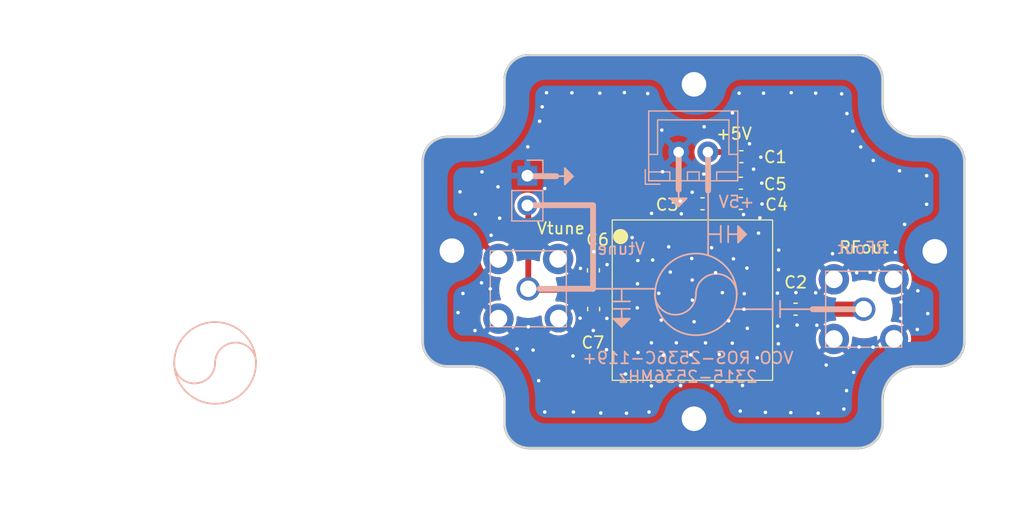
<source format=kicad_pcb>
(kicad_pcb (version 20240108) (generator "pcbnew") (generator_version "8.0")
  (layers (0 "F.Cu" signal) (31 "B.Cu" signal) (34 "B.Paste" user) (35 "F.Paste" user) (36 "B.SilkS" user "B.Silkscreen") (37 "F.SilkS" user "F.Silkscreen") (38 "B.Mask" user) (39 "F.Mask" user) (44 "Edge.Cuts" user))
  (net 0 "")
  (net 1 "Net-(J1-Pin_2)")
  (net 2 "Net-(C2-Pad2)")
  (net 3 "Net-(U1-RFout)")
  (net 4 "GND")
  (net 5 "Net-(J2-Pin_2)")
  (footprint "Capacitor_SMD:C_0603_1608Metric" (layer "F.Cu") (at 138.78 54.09)
    (property "Reference" "C1" (at 2.91 0.03 0) (layer "F.SilkS"))
    (property "Value" "100 uF")
    (fp_line (start -0.14058 -0.51) (end 0.14058 -0.51) (stroke (width 0.12)) (layer "F.SilkS"))
    (fp_line (start -0.14058 0.51) (end 0.14058 0.51) (stroke (width 0.12)) (layer "F.SilkS"))
    (pad "1" smd roundrect (at -0.775 0) (size 0.9 0.95) (layers "F.Cu" "F.Paste" "F.Mask") (net 1 "Net-(J1-Pin_2)"))
    (pad "2" smd roundrect (at 0.775 0) (size 0.9 0.95) (layers "F.Cu" "F.Paste" "F.Mask") (net 4 "GND"))
  )
  (footprint "Capacitor_SMD:C_0603_1608Metric" (layer "F.Cu") (at 138.74 56.36)
    (property "Reference" "C5" (at 2.94 0.08 0) (layer "F.SilkS"))
    (property "Value" "4.7 uF")
    (fp_line (start -0.14058 -0.51) (end 0.14058 -0.51) (stroke (width 0.12)) (layer "F.SilkS"))
    (fp_line (start -0.14058 0.51) (end 0.14058 0.51) (stroke (width 0.12)) (layer "F.SilkS"))
    (pad "1" smd roundrect (at -0.775 0) (size 0.9 0.95) (layers "F.Cu" "F.Paste" "F.Mask") (net 1 "Net-(J1-Pin_2)"))
    (pad "2" smd roundrect (at 0.775 0) (size 0.9 0.95) (layers "F.Cu" "F.Paste" "F.Mask") (net 4 "GND"))
  )
  (footprint "Capacitor_SMD:C_0603_1608Metric" (layer "F.Cu") (at 126.15 67.125 90)
    (property "Reference" "C7" (at -2.865 -0.06 0) (layer "F.SilkS"))
    (property "Value" "4.7 uF")
    (fp_line (start -0.14058 -0.51) (end 0.14058 -0.51) (stroke (width 0.12)) (layer "F.SilkS"))
    (fp_line (start -0.14058 0.51) (end 0.14058 0.51) (stroke (width 0.12)) (layer "F.SilkS"))
    (pad "1" smd roundrect (at -0.775 0 90) (size 0.9 0.95) (layers "F.Cu" "F.Paste" "F.Mask") (net 4 "GND"))
    (pad "2" smd roundrect (at 0.775 0 90) (size 0.9 0.95) (layers "F.Cu" "F.Paste" "F.Mask") (net 5 "Net-(J2-Pin_2)"))
  )
  (footprint "Capacitor_SMD:C_0603_1608Metric" (layer "F.Cu") (at 126.13 63.81 -90)
    (property "Reference" "C6" (at -2.62 -0.36 180) (layer "F.SilkS"))
    (property "Value" "100uF")
    (fp_line (start -0.14058 0.51) (end 0.14058 0.51) (stroke (width 0.12)) (layer "F.SilkS"))
    (fp_line (start -0.14058 -0.51) (end 0.14058 -0.51) (stroke (width 0.12)) (layer "F.SilkS"))
    (pad "1" smd roundrect (at -0.775 0 270) (size 0.9 0.95) (layers "F.Cu" "F.Paste" "F.Mask") (net 4 "GND"))
    (pad "2" smd roundrect (at 0.775 0 270) (size 0.9 0.95) (layers "F.Cu" "F.Paste" "F.Mask") (net 5 "Net-(J2-Pin_2)"))
  )
  (footprint "Capacitor_SMD:C_0603_1608Metric" (layer "F.Cu") (at 143.422 67.132)
    (property "Reference" "C2" (at 0.008 -2.292 0) (layer "F.SilkS"))
    (property "Value" "22 uF")
    (fp_line (start -0.14058 -0.51) (end 0.14058 -0.51) (stroke (width 0.12)) (layer "F.SilkS"))
    (fp_line (start -0.14058 0.51) (end 0.14058 0.51) (stroke (width 0.12)) (layer "F.SilkS"))
    (pad "1" smd roundrect (at -0.775 0) (size 0.9 0.95) (layers "F.Cu" "F.Paste" "F.Mask") (net 3 "Net-(U1-RFout)"))
    (pad "2" smd roundrect (at 0.775 0) (size 0.9 0.95) (layers "F.Cu" "F.Paste" "F.Mask") (net 2 "Net-(C2-Pad2)"))
  )
  (footprint "Capacitor_SMD:C_0603_1608Metric" (layer "F.Cu") (at 138.74 58.09)
    (property "Reference" "C4" (at 3.06 0.1 0) (layer "F.SilkS"))
    (property "Value" "100 pF")
    (fp_line (start -0.14058 -0.51) (end 0.14058 -0.51) (stroke (width 0.12)) (layer "F.SilkS"))
    (fp_line (start -0.14058 0.51) (end 0.14058 0.51) (stroke (width 0.12)) (layer "F.SilkS"))
    (pad "1" smd roundrect (at -0.775 0) (size 0.9 0.95) (layers "F.Cu" "F.Paste" "F.Mask") (net 1 "Net-(J1-Pin_2)"))
    (pad "2" smd roundrect (at 0.775 0) (size 0.9 0.95) (layers "F.Cu" "F.Paste" "F.Mask") (net 4 "GND"))
  )
  (footprint "MUSIC_Lab:VCO_CK1113" (layer "F.Cu") (at 134.597 66.362 -90)
    (property "Reference" "U1" (hide yes))
    (property "Value" "~" (hide yes))
    (fp_rect (start -6.86 -6.86) (end 6.86 6.86) (stroke (width 0.1)) (fill none) (layer "F.SilkS"))
    (fp_circle (center -5.44 6.14) (end -4.841836 6.14) (stroke (width 0.1)) (fill solid) (layer "F.SilkS"))
    (pad "1" smd rect (at -3.43 6.1 270) (size 1.52 1.52) (layers "F.Cu" "F.Paste" "F.Mask") (net 4 "GND"))
    (pad "2" smd rect (at -0.89 6.1 270) (size 1.52 1.52) (layers "F.Cu" "F.Paste" "F.Mask") (net 5 "Net-(J2-Pin_2)"))
    (pad "3" smd rect (at 1.65 6.1 270) (size 1.52 1.52) (layers "F.Cu" "F.Paste" "F.Mask") (net 4 "GND"))
    (pad "4" smd rect (at 4.19 6.1 270) (size 1.52 1.52) (layers "F.Cu" "F.Paste" "F.Mask") (net 4 "GND"))
    (pad "5" smd rect (at 6.1 3.43 270) (size 1.52 1.52) (layers "F.Cu" "F.Paste" "F.Mask") (net 4 "GND"))
    (pad "6" smd rect (at 6.1 0.89 270) (size 1.52 1.52) (layers "F.Cu" "F.Paste" "F.Mask") (net 4 "GND"))
    (pad "7" smd rect (at 6.1 -1.65 270) (size 1.52 1.52) (layers "F.Cu" "F.Paste" "F.Mask") (net 4 "GND"))
    (pad "8" smd rect (at 6.1 -4.19 270) (size 1.52 1.52) (layers "F.Cu" "F.Paste" "F.Mask") (net 4 "GND"))
    (pad "9" smd rect (at 3.3 -6.1 270) (size 1.52 1.52) (layers "F.Cu" "F.Paste" "F.Mask") (net 4 "GND"))
    (pad "10" smd rect (at 0.76 -6.1 270) (size 1.52 1.52) (layers "F.Cu" "F.Paste" "F.Mask") (net 3 "Net-(U1-RFout)"))
    (pad "11" smd rect (at -1.78 -6.1 270) (size 1.52 1.52) (layers "F.Cu" "F.Paste" "F.Mask") (net 4 "GND"))
    (pad "12" smd rect (at -4.32 -6.1 270) (size 1.52 1.52) (layers "F.Cu" "F.Paste" "F.Mask") (net 4 "GND"))
    (pad "13" smd rect (at -6.1 -4.19 270) (size 1.52 1.52) (layers "F.Cu" "F.Paste" "F.Mask") (net 4 "GND"))
    (pad "14" smd rect (at -6.1 -1.65 270) (size 1.52 1.52) (layers "F.Cu" "F.Paste" "F.Mask") (net 1 "Net-(J1-Pin_2)"))
    (pad "15" smd rect (at -6.1 0.89 270) (size 1.52 1.52) (layers "F.Cu" "F.Paste" "F.Mask") (net 4 "GND"))
    (pad "16" smd rect (at -6.1 3.43 270) (size 1.52 1.52) (layers "F.Cu" "F.Paste" "F.Mask") (net 4 "GND"))
    (pad "17" smd rect (at 0 0 270) (size 8 8) (layers "F.Cu" "F.Paste" "F.Mask") (net 4 "GND"))
  )
  (footprint "MUSIC_Lab:Outline_3x2_cavity_20231207" (layer "F.Cu") (at 75.627831 63.034334)
    (property "Reference" "outline1" (hide yes))
    (property "Value" "~" (hide yes))
    (fp_poly (pts (arc (start 40.014266 -10.63046) (mid 42.065222 -11.479792) (end 42.915266 -13.53046)) (arc (start 42.915266 -15.53146) (mid 43.519059 -17.004615) (end 44.983086 -17.630228)) (arc (start 73.218048 -17.630228) (mid 74.636163 -16.979894) (end 75.215266 -15.531228)) (arc (start 75.215266 -13.53046) (mid 76.065266 -11.479773) (end 78.116266 -10.63046)) (arc (start 80.115266 -10.63046) (mid 81.600154 -10.015368) (end 82.215266 -8.53046)) (arc (start 82.215266 6.870172) (mid 81.600201 8.355102) (end 80.115266 8.970172)) (arc (start 78.116266 8.970172) (mid 76.065327 9.819526) (end 75.215266 11.870172)) (arc (start 75.215266 13.871172) (mid 74.600141 15.355749) (end 73.115266 15.970172)) (arc (start 45.015266 15.970172) (mid 43.530389 15.355755) (end 42.915266 13.871171)) (arc (start 42.915266 11.870171) (mid 42.065217 9.819513) (end 40.014266 8.970171)) (arc (start 38.015266 8.970171) (mid 36.530329 8.355108) (end 35.915266 6.870171)) (arc (start 35.915266 -8.53046) (mid 36.530335 -10.015387) (end 38.015266 -10.63046))) (stroke (width 0.2)) (fill none) (layer "Edge.Cuts"))
    (pad "1" thru_hole circle (at 38.398739 -0.903309) (size 3 3) (drill 2.1) (layers "*.Cu" "*.Mask") (net 4 "GND"))
    (pad "1" thru_hole custom (at 59.10404 -15.129639) (size 3 3) (drill 2.1) (layers "*.Cu" "*.Mask") (net 4 "GND") (options (clearance outline) (anchor circle)) (primitives (gr_rect (start -14.1641 -2.491458) (end 14.10596 -0.489264) (width 0.2) (fill yes)) (gr_line (start -14.117481 -2.5) (end -14.117481 -2.5) (width 0.2)) (gr_arc (start -3.872983 -0.5) (mid -2.954391 -0.185897) (end -2.420613 0.625) (width 0.2)) (gr_arc (start 2.420614 0.625) (mid 0 2.499999) (end -2.420614 0.625) (width 0.2)) (gr_arc (start 2.420614 0.625) (mid 2.954419 -0.185861) (end 3.872983 -0.5) (width 0.2)) (gr_arc (start 12.614699 -0.5) (mid 13.675348 -0.060649) (end 14.1147 0.999999) (width 0.2)) (gr_line (start 14.114699 1.600113) (end 14.114699 0.999999) (width 0.2)) (gr_arc (start 14.117481 -2.5) (mid 15.535602 -1.849667) (end 16.114706 -0.401) (width 0.2)) (gr_line (start 16.114699 1.599768) (end 16.114699 -0.401) (width 0.2)) (gr_arc (start 19.015699 4.499768) (mid 16.964748 3.650436) (end 16.114732 1.599768) (width 0.2)) (gr_line (start 21.014699 4.499768) (end 19.015699 4.499768) (width 0.2)) (gr_arc (start 19.015699 6.499768) (mid 15.550636 5.06478) (end 14.114692 1.600113) (width 0.2)) (gr_line (start 19.614699 6.499768) (end 19.015699 6.499768) (width 0.2)) (gr_arc (start 19.614699 6.499768) (mid 20.675371 6.939106) (end 21.114732 7.999768) (width 0.2)) (gr_rect (start 21.075272 6.569293) (end 23.114699 22.0004) (width 0.2) (fill yes)) (gr_arc (start 19.990449 16.720375) (mid 20.800747 17.25433) (end 21.114695 18.17255) (width 0.2)) (gr_arc (start 19.990449 16.720375) (mid 18.116681 14.300081) (end 19.990447 11.879785) (width 0.2)) (gr_arc (start 21.014699 4.499768) (mid 22.499635 5.114841) (end 23.114732 6.599768) (width 0.2)) (gr_arc (start 21.114699 10.427617) (mid 20.800784 11.34586) (end 19.990445 11.879775) (width 0.2)) (gr_arc (start 21.114699 20.6004) (mid 20.675365 21.661066) (end 19.614699 22.100399) (width 0.2)) (gr_line (start 19.614699 22.1004) (end 19.015699 22.1004) (width 0.2)) (gr_arc (start 14.114699 27.000055) (mid 15.550667 23.535417) (end 19.015699 22.100399) (width 0.2)) (gr_line (start 14.114699 27.000055) (end 14.114699 27.6004) (width 0.2)) (gr_arc (start 14.114699 27.6004) (mid 13.675365 28.661066) (end 12.614699 29.100399) (width 0.2)) (gr_rect (start -14.085301 29.100168) (end 14.074699 31.1004) (width 0.2) (fill yes)) (gr_arc (start -14.085301 31.1004) (mid -15.570176 30.485982) (end -16.185301 29.001399) (width 0.2)) (gr_line (start -16.185301 27.000399) (end -16.185301 29.001399) (width 0.2)) (gr_arc (start -19.086301 24.100399) (mid -17.035349 24.94974) (end -16.185301 27.000399) (width 0.2)) (gr_line (start -21.085301 24.100399) (end -19.086301 24.100399) (width 0.2)) (gr_arc (start -21.085301 24.100399) (mid -22.570236 23.485334) (end -23.185301 22.000399) (width 0.2)) (gr_rect (start -23.183263 6.46226) (end -21.185301 21.990399) (width 0.2) (fill yes)) (gr_line (start -23.185301 6.599768) (end -23.185301 6.599768) (width 0.2)) (gr_arc (start -19.685301 22.100399) (mid -20.745973 21.661071) (end -21.185301 20.600399) (width 0.2)) (gr_line (start -19.685301 22.100399) (end -19.086301 22.100399) (width 0.2)) (gr_arc (start -19.086301 22.100399) (mid -15.621245 23.535393) (end -14.185301 27.000055) (width 0.2)) (gr_line (start -14.185301 27.000055) (end -14.185301 27.6004) (width 0.2)) (gr_arc (start -12.685301 29.1004) (mid -13.745973 28.661072) (end -14.185301 27.6004) (width 0.2)) (gr_arc (start -2.421076 27.974326) (mid -2.95473 28.785908) (end -3.873722 29.1004) (width 0.2)) (gr_arc (start -2.421076 27.974326) (mid 0 26.097536) (end 2.421076 27.974326) (width 0.2)) (gr_arc (start 3.873722 29.1004) (mid 2.954756 28.785874) (end 2.421077 27.974326) (width 0.2)) (gr_arc (start 16.114699 29.0014) (mid 15.499568 30.485976) (end 14.014699 31.100399) (width 0.2)) (gr_line (start 16.114699 27.0004) (end 16.114699 29.0014) (width 0.2)) (gr_arc (start 16.114699 27.0004) (mid 16.964759 24.949753) (end 19.015699 24.100399) (width 0.2)) (gr_line (start 21.014699 24.1004) (end 19.015699 24.1004) (width 0.2)) (gr_arc (start 23.114699 22.0004) (mid 22.499629 23.48533) (end 21.014699 24.100399) (width 0.2)) (gr_circle (center 0 0) (end 1 0) (width 0.2) (fill no)) (gr_circle (center 0 28.597536) (end 1 28.597536) (width 0.2) (fill no)) (gr_circle (center 20.616699 14.300084) (end 21.616699 14.300084) (width 0.2) (fill no)) (gr_poly (pts (xy -19.685301 14.300084) (xy -19.704516 14.104994) (xy -19.761421 13.917401) (xy -19.853831 13.744514) (xy -19.978194 13.592977) (xy -20.129731 13.468614) (xy -20.302618 13.376204) (xy -20.490211 13.319299) (xy -20.685301 13.300084) (xy -20.880391 13.319299) (xy -21.067984 13.376204) (xy -21.240871 13.468614) (xy -21.392408 13.592977) (xy -21.516771 13.744514) (xy -21.609181 13.917401) (xy -21.666086 14.104994) (xy -21.685301 14.300084) (xy -21.666086 14.495174) (xy -21.609181 14.682767) (xy -21.516771 14.855654) (xy -21.392408 15.007191) (xy -21.240871 15.131554) (xy -21.067984 15.223964) (xy -20.880391 15.280869) (xy -20.685301 15.300084) (xy -20.490211 15.280869) (xy -20.302618 15.223964) (xy -20.129731 15.131554) (xy -19.978194 15.007191) (xy -19.853831 14.855654) (xy -19.761421 14.682767) (xy -19.704516 14.495174) (xy -19.685301 14.300084)) (width 0.2) (fill no)) (gr_poly (pts (xy -23.17404 10.239639) (arc (start -21.185301 10.4271) (mid -20.87116 11.345664) (end -20.060301 11.879469)) (arc (start -20.060301 11.879469) (mid -18.185305 14.30008) (end -20.060301 16.720698)) (arc (start -20.060301 16.720698) (mid -20.871162 17.254503) (end -21.185301 18.173067)) (xy -23.18404 18.199639)) (width 0.2) (fill yes)) (gr_poly (pts (xy -4.061183 31.089139) (arc (start -3.873722 29.1004) (mid -2.955158 28.786259) (end -2.421353 27.9754)) (arc (start -2.421353 27.9754) (mid -0.000742 26.100404) (end 2.419876 27.9754)) (arc (start 2.419876 27.9754) (mid 2.953681 28.786261) (end 3.872245 29.1004)) (xy 3.898817 31.099139)) (width 0.2) (fill yes)) (gr_poly (pts (xy 4.254003 -2.479042) (arc (start 4.066542 -0.490303) (mid 3.147978 -0.176162) (end 2.614173 0.634697)) (arc (start 2.614173 0.634697) (mid 0.193562 2.509693) (end -2.227056 0.634697)) (arc (start -2.227056 0.634697) (mid -2.760861 -0.176164) (end -3.679425 -0.490303)) (xy -3.705997 -2.489042)) (width 0.2) (fill yes)) (gr_poly (pts (xy 23.103438 18.360011) (arc (start 21.114699 18.17255) (mid 20.800558 17.253986) (end 19.989699 16.720181)) (arc (start 19.989699 16.720181) (mid 18.114703 14.29957) (end 19.989699 11.878952)) (arc (start 19.989699 11.878952) (mid 20.80056 11.345147) (end 21.114699 10.426583)) (xy 23.113438 10.400011)) (width 0.2) (fill yes)) (gr_poly (pts (arc (start -19.085188 22.100399) (mid -15.620532 23.536352) (end -14.185533 27.001399)) (arc (start -14.185533 27.600399) (mid -13.746198 28.661067) (end -12.685533 29.100399)) (arc (start -14.085533 31.100399) (mid -15.570462 30.485331) (end -16.185533 29.000399)) (arc (start -16.185533 27.001399) (mid -17.034868 24.950444) (end -19.085533 24.100399)) (arc (start -21.086533 24.100399) (mid -22.55969 23.496607) (end -23.185301 22.032579)) (arc (start -21.185301 20.600399) (mid -20.745958 21.661049) (end -19.685302 22.100399))) (width 0.2) (fill yes)) (gr_poly (pts (arc (start -14.185301 1.600113) (mid -15.621254 5.064769) (end -19.086301 6.499768)) (arc (start -19.685301 6.499768) (mid -20.745969 6.939103) (end -21.185301 7.999768)) (arc (start -23.185301 6.599768) (mid -22.570233 5.114839) (end -21.085301 4.499768)) (arc (start -19.086301 4.499768) (mid -17.035346 3.650433) (end -16.185301 1.599768)) (arc (start -16.185301 -0.401232) (mid -15.581509 -1.874389) (end -14.117481 -2.5)) (arc (start -12.685301 -0.5) (mid -13.745951 -0.060657) (end -14.185301 0.999999))) (width 0.2) (fill yes)) (gr_poly (pts (arc (start 14.114699 27.000055) (mid 15.550652 23.535399) (end 19.015699 22.1004)) (arc (start 19.614699 22.1004) (mid 20.675367 21.661065) (end 21.114699 20.6004)) (arc (start 23.114699 22.0004) (mid 22.499631 23.485329) (end 21.014699 24.1004)) (arc (start 19.015699 24.1004) (mid 16.964744 24.949735) (end 16.114699 27.0004)) (arc (start 16.114699 29.0014) (mid 15.510907 30.474557) (end 14.046879 31.100168)) (arc (start 12.614699 29.100168) (mid 13.675349 28.660825) (end 14.114699 27.600169))) (width 0.2) (fill yes)) (gr_poly (pts (arc (start 19.014354 6.5) (mid 15.549698 5.064047) (end 14.114699 1.599)) (arc (start 14.114699 1) (mid 13.675364 -0.060668) (end 12.614699 -0.5)) (arc (start 14.014699 -2.5) (mid 15.499628 -1.884932) (end 16.114699 -0.4)) (arc (start 16.114699 1.599) (mid 16.964034 3.649955) (end 19.014699 4.5)) (arc (start 21.015699 4.5) (mid 22.488856 5.103792) (end 23.114467 6.56782)) (arc (start 21.114467 8) (mid 20.675124 6.93935) (end 19.614468 6.5))) (width 0.2) (fill yes))))
    (pad "1" thru_hole circle (at 59.10404 13.467897) (size 3 3) (drill 2.1) (layers "*.Cu" "*.Mask") (net 4 "GND"))
    (pad "1" thru_hole circle (at 79.699312 -0.844793) (size 3 3) (drill 2.1) (layers "*.Cu" "*.Mask") (net 4 "GND"))
  )
  (footprint "Capacitor_SMD:C_0603_1608Metric" (layer "F.Cu") (at 135.46 58.12 180)
    (property "Reference" "C3" (at 3.02 -0.08 180) (layer "F.SilkS"))
    (property "Value" "1 nF")
    (fp_line (start -0.14058 0.51) (end 0.14058 0.51) (stroke (width 0.12)) (layer "F.SilkS"))
    (fp_line (start -0.14058 -0.51) (end 0.14058 -0.51) (stroke (width 0.12)) (layer "F.SilkS"))
    (pad "1" smd roundrect (at -0.775 0 180) (size 0.9 0.95) (layers "F.Cu" "F.Paste" "F.Mask") (net 1 "Net-(J1-Pin_2)"))
    (pad "2" smd roundrect (at 0.775 0 180) (size 0.9 0.95) (layers "F.Cu" "F.Paste" "F.Mask") (net 4 "GND"))
  )
  (footprint "MUSIC_Lab:SMA_KHD_Back" (layer "B.Cu") (at 120.56 65.39 180)
    (property "Reference" "SMA1" (hide yes))
    (property "Value" "~")
    (fp_rect (start 3.25 -3.25) (end -3.25 3.25) (stroke (width 0.12)) (fill none) (layer "B.SilkS"))
    (pad "1" thru_hole circle (at 0 0 180) (size 2 2) (drill 1.4) (layers "*.Cu" "*.Mask") (net 5 "Net-(J2-Pin_2)"))
    (pad "2" thru_hole circle (at -2.6 -2.54 180) (size 2.4 2.4) (drill 1.5) (layers "*.Cu" "*.Mask") (net 4 "GND") (thermal_bridge_width 0.5) (thermal_gap 0.25))
    (pad "2" thru_hole circle (at -2.55 2.55 180) (size 2.6 2.6) (drill 1.5) (layers "*.Cu" "*.Mask") (net 4 "GND") (thermal_bridge_width 0.5) (thermal_gap 0.25))
    (pad "2" thru_hole circle (at 2.55 -2.55 180) (size 2.6 2.6) (drill 1.5) (layers "*.Cu" "*.Mask") (net 4 "GND") (thermal_bridge_width 0.5) (thermal_gap 0.25))
    (pad "2" thru_hole circle (at 2.55 2.55 180) (size 2.6 2.6) (drill 1.5) (layers "*.Cu" "*.Mask") (net 4 "GND") (thermal_bridge_width 0.5) (thermal_gap 0.25))
    (zone (net 0) (net_name "") (layers "*.Cu") (connect_pads (clearance 0)) (min_thickness 0.25)
      (keepout (tracks allowed) (vias allowed) (pads allowed) (copperpour not_allowed) (footprints allowed))
      (fill (thermal_gap 0.5) (thermal_bridge_width 0.5))
      (polygon (pts (xy 118.06 65.39) (xy 118.079713 65.076667) (xy 118.138542 64.768275) (xy 118.235559 64.469689) (xy 118.369233 64.185616) (xy 118.537458 63.920537) (xy 118.737578 63.678632) (xy 118.96644 63.463717) (xy 119.220433 63.27918) (xy 119.495552 63.127932) (xy 119.787458 63.012359) (xy 120.091547 62.934282) (xy 120.403024 62.894933) (xy 120.716976 62.894933) (xy 121.028453 62.934282) (xy 121.332542 63.012359) (xy 121.624448 63.127932) (xy 121.899567 63.27918) (xy 122.15356 63.463717) (xy 122.382422 63.678632) (xy 122.582542 63.920537) (xy 122.750767 64.185616) (xy 122.884441 64.469689) (xy 122.981458 64.768275) (xy 123.040287 65.076667) (xy 123.06 65.39) (xy 123.040287 65.703333) (xy 122.981458 66.011725) (xy 122.884441 66.310311) (xy 122.750767 66.594384) (xy 122.582542 66.859463) (xy 122.382422 67.101368) (xy 122.15356 67.316283) (xy 121.899567 67.50082) (xy 121.624448 67.652068) (xy 121.332542 67.767641) (xy 121.028453 67.845718) (xy 120.716976 67.885067) (xy 120.403024 67.885067) (xy 120.091547 67.845718) (xy 119.787458 67.767641) (xy 119.495552 67.652068) (xy 119.220433 67.50082) (xy 118.96644 67.316283) (xy 118.737578 67.101368) (xy 118.537458 66.859463) (xy 118.369233 66.594384) (xy 118.235559 66.310311) (xy 118.138542 66.011725) (xy 118.079713 65.703333)))
    )
  )
  (footprint "MUSIC_Lab:SMA_KHD_Back" (layer "B.Cu") (at 149.247 67.132 180)
    (property "Reference" "SMA2" (hide yes))
    (property "Value" "~")
    (fp_rect (start 3.25 -3.25) (end -3.25 3.25) (stroke (width 0.12)) (fill none) (layer "B.SilkS"))
    (pad "1" thru_hole circle (at 0 0 180) (size 2 2) (drill 1.4) (layers "*.Cu" "*.Mask") (net 2 "Net-(C2-Pad2)"))
    (pad "2" thru_hole circle (at -2.6 -2.54 180) (size 2.4 2.4) (drill 1.5) (layers "*.Cu" "*.Mask") (net 4 "GND") (thermal_bridge_width 0.5) (thermal_gap 0.25))
    (pad "2" thru_hole circle (at -2.55 2.55 180) (size 2.6 2.6) (drill 1.5) (layers "*.Cu" "*.Mask") (net 4 "GND") (thermal_bridge_width 0.5) (thermal_gap 0.25))
    (pad "2" thru_hole circle (at 2.55 -2.55 180) (size 2.6 2.6) (drill 1.5) (layers "*.Cu" "*.Mask") (net 4 "GND") (thermal_bridge_width 0.5) (thermal_gap 0.25))
    (pad "2" thru_hole circle (at 2.55 2.55 180) (size 2.6 2.6) (drill 1.5) (layers "*.Cu" "*.Mask") (net 4 "GND") (thermal_bridge_width 0.5) (thermal_gap 0.25))
    (zone (net 0) (net_name "") (layers "*.Cu") (connect_pads (clearance 0)) (min_thickness 0.25)
      (keepout (tracks allowed) (vias allowed) (pads allowed) (copperpour not_allowed) (footprints allowed))
      (fill (thermal_gap 0.5) (thermal_bridge_width 0.5))
      (polygon (pts (xy 146.747 67.132) (xy 146.766713 66.818667) (xy 146.825542 66.510275) (xy 146.922559 66.211689) (xy 147.056233 65.927616) (xy 147.224458 65.662537) (xy 147.424578 65.420632) (xy 147.65344 65.205717) (xy 147.907433 65.02118) (xy 148.182552 64.869932) (xy 148.474458 64.754359) (xy 148.778547 64.676282) (xy 149.090024 64.636933) (xy 149.403976 64.636933) (xy 149.715453 64.676282) (xy 150.019542 64.754359) (xy 150.311448 64.869932) (xy 150.586567 65.02118) (xy 150.84056 65.205717) (xy 151.069422 65.420632) (xy 151.269542 65.662537) (xy 151.437767 65.927616) (xy 151.571441 66.211689) (xy 151.668458 66.510275) (xy 151.727287 66.818667) (xy 151.747 67.132) (xy 151.727287 67.445333) (xy 151.668458 67.753725) (xy 151.571441 68.052311) (xy 151.437767 68.336384) (xy 151.269542 68.601463) (xy 151.069422 68.843368) (xy 150.84056 69.058283) (xy 150.586567 69.24282) (xy 150.311448 69.394068) (xy 150.019542 69.509641) (xy 149.715453 69.587718) (xy 149.403976 69.627067) (xy 149.090024 69.627067) (xy 148.778547 69.587718) (xy 148.474458 69.509641) (xy 148.182552 69.394068) (xy 147.907433 69.24282) (xy 147.65344 69.058283) (xy 147.424578 68.843368) (xy 147.224458 68.601463) (xy 147.056233 68.336384) (xy 146.922559 68.052311) (xy 146.825542 67.753725) (xy 146.766713 67.445333)))
    )
  )
  (footprint "Connector_PinHeader_2.54mm:PinHeader_1x02_P2.54mm_Vertical" (layer "B.Cu") (at 120.48 55.72 180)
    (property "Reference" "J2" (hide yes))
    (property "Value" "Conn_01x02_Pin")
    (fp_line (start 1.33 -1.27) (end -1.33 -1.27) (stroke (width 0.12)) (layer "B.SilkS"))
    (fp_line (start 1.33 -3.87) (end 1.33 -1.27) (stroke (width 0.12)) (layer "B.SilkS"))
    (fp_line (start 1.33 -3.87) (end -1.33 -3.87) (stroke (width 0.12)) (layer "B.SilkS"))
    (fp_line (start 0 1.33) (end -1.33 1.33) (stroke (width 0.12)) (layer "B.SilkS"))
    (fp_line (start -1.33 1.33) (end -1.33 0) (stroke (width 0.12)) (layer "B.SilkS"))
    (fp_line (start -1.33 -3.87) (end -1.33 -1.27) (stroke (width 0.12)) (layer "B.SilkS"))
    (pad "1" thru_hole rect (at 0 0 180) (size 1.7 1.7) (drill 1) (layers "*.Cu" "*.Mask") (net 4 "GND"))
    (pad "2" thru_hole oval (at 0 -2.54 180) (size 1.7 1.7) (drill 1) (layers "*.Cu" "*.Mask") (net 5 "Net-(J2-Pin_2)"))
  )
  (footprint "Connector_JST:JST_XH_B2B-XH-AM_1x02_P2.50mm_Vertical_changed" (layer "B.Cu") (at 133.42 53.695)
    (property "Reference" "J1" (hide yes))
    (property "Value" "Conn_01x02_Pin")
    (fp_line (start -2.85 2.75) (end -2.85 1.5) (stroke (width 0.12)) (layer "B.SilkS"))
    (fp_line (start -2.56 -3.51) (end 5.06 -3.51) (stroke (width 0.12)) (layer "B.SilkS"))
    (fp_line (start -2.56 2.46) (end -2.56 -3.51) (stroke (width 0.12)) (layer "B.SilkS"))
    (fp_line (start -2.55 0.2) (end -1.8 0.2) (stroke (width 0.12)) (layer "B.SilkS"))
    (fp_line (start -2.55 1.7) (end -0.75 1.7) (stroke (width 0.12)) (layer "B.SilkS"))
    (fp_line (start -2.55 2.45) (end -2.55 1.7) (stroke (width 0.12)) (layer "B.SilkS"))
    (fp_line (start -1.8 0.2) (end -1.8 -2.75) (stroke (width 0.12)) (layer "B.SilkS"))
    (fp_line (start -1.6 2.75) (end -2.85 2.75) (stroke (width 0.12)) (layer "B.SilkS"))
    (fp_line (start -0.75 1.7) (end -0.75 2.45) (stroke (width 0.12)) (layer "B.SilkS"))
    (fp_line (start -0.75 2.45) (end -2.55 2.45) (stroke (width 0.12)) (layer "B.SilkS"))
    (fp_line (start 0.75 1.7) (end 1.75 1.7) (stroke (width 0.12)) (layer "B.SilkS"))
    (fp_line (start 0.75 2.45) (end 0.75 1.7) (stroke (width 0.12)) (layer "B.SilkS"))
    (fp_line (start 1.25 -2.75) (end -1.77 -2.75) (stroke (width 0.12)) (layer "B.SilkS"))
    (fp_line (start 1.75 1.7) (end 1.75 2.45) (stroke (width 0.12)) (layer "B.SilkS"))
    (fp_line (start 1.75 2.45) (end 0.75 2.45) (stroke (width 0.12)) (layer "B.SilkS"))
    (fp_line (start 3.25 1.7) (end 5.05 1.7) (stroke (width 0.12)) (layer "B.SilkS"))
    (fp_line (start 3.25 2.45) (end 3.25 1.7) (stroke (width 0.12)) (layer "B.SilkS"))
    (fp_line (start 4.3 -2.75) (end 1.25 -2.75) (stroke (width 0.12)) (layer "B.SilkS"))
    (fp_line (start 4.3 0.2) (end 4.3 -2.75) (stroke (width 0.12)) (layer "B.SilkS"))
    (fp_line (start 5.05 0.2) (end 4.3 0.2) (stroke (width 0.12)) (layer "B.SilkS"))
    (fp_line (start 5.05 1.7) (end 5.05 2.45) (stroke (width 0.12)) (layer "B.SilkS"))
    (fp_line (start 5.05 2.45) (end 3.25 2.45) (stroke (width 0.12)) (layer "B.SilkS"))
    (fp_line (start 5.06 -3.51) (end 5.06 2.46) (stroke (width 0.12)) (layer "B.SilkS"))
    (fp_line (start 5.06 2.46) (end -2.56 2.46) (stroke (width 0.12)) (layer "B.SilkS"))
    (pad "1" thru_hole circle (at 0 0) (size 1.8 1.8) (drill 0.9) (layers "*.Cu" "*.Mask") (net 4 "GND"))
    (pad "2" thru_hole circle (at 2.5 0) (size 1.8 1.8) (drill 0.9) (layers "*.Cu" "*.Mask") (net 1 "Net-(J1-Pin_2)"))
  )
  (gr_arc (start 134.893879 65.866121) (mid 133.139999 67.62) (end 131.386119 65.866121) (stroke (width 0.15)) (layer "B.SilkS"))
  (gr_arc (start 93.773107 71.73) (mid 92.019228 73.483879) (end 90.265347 71.73) (stroke (width 0.15)) (layer "B.SilkS"))
  (gr_line (start 149.2052 67.14) (end 144.8872 67.14) (stroke (width 0.5)) (layer "B.SilkS"))
  (gr_line (start 142.095 66.4215) (end 142.095 67.8185) (stroke (width 0.15)) (layer "B.SilkS"))
  (gr_poly (pts (xy 134.1058 57.655) (xy 132.7088 57.655) (xy 133.4073 58.3535)) (stroke (width 0.15)) (fill solid) (layer "B.SilkS"))
  (gr_poly (pts (xy 129.2343 67.946) (xy 127.8373 67.946) (xy 128.5358 68.6445)) (stroke (width 0.15)) (fill solid) (layer "B.SilkS"))
  (gr_line (start 131.41 65.39) (end 125.334 65.39) (stroke (width 0.15)) (layer "B.SilkS"))
  (gr_line (start 123.9408 55.76) (end 121.7818 55.76) (stroke (width 0.15)) (layer "B.SilkS"))
  (gr_line (start 120.54 55.76) (end 122.9502 55.76) (stroke (width 0.5)) (layer "B.SilkS"))
  (gr_line (start 133.42 53.718) (end 133.42 56.9184) (stroke (width 0.5)) (layer "B.SilkS"))
  (gr_line (start 141.46 66.4215) (end 141.46 67.8185) (stroke (width 0.15)) (layer "B.SilkS"))
  (gr_poly (pts (xy 138.496 60.0342) (xy 138.496 61.4312) (xy 139.1945 60.7327)) (stroke (width 0.15)) (fill solid) (layer "B.SilkS"))
  (gr_arc (start 134.893879 65.866121) (mid 136.647759 64.112241) (end 138.401639 65.866121) (stroke (width 0.15)) (layer "B.SilkS"))
  (gr_line (start 137.655 60.0115) (end 137.655 61.4085) (stroke (width 0.15)) (layer "B.SilkS"))
  (gr_line (start 126.1 58.24) (end 120.534 58.24) (stroke (width 0.5)) (layer "B.SilkS"))
  (gr_line (start 126.096 65.39) (end 121.524 65.39) (stroke (width 0.5)) (layer "B.SilkS"))
  (gr_line (start 129.257 66.47) (end 127.86 66.47) (stroke (width 0.15)) (layer "B.SilkS"))
  (gr_line (start 141.42 67.14) (end 138.18 67.14) (stroke (width 0.15)) (layer "B.SilkS"))
  (gr_line (start 137.02 60.0115) (end 137.02 61.4085) (stroke (width 0.15)) (layer "B.SilkS"))
  (gr_line (start 126.1 58.27) (end 126.1 65.39) (stroke (width 0.5)) (layer "B.SilkS"))
  (gr_line (start 136.99 60.72) (end 135.96 60.72) (stroke (width 0.15)) (layer "B.SilkS"))
  (gr_circle (center 93.773107 71.73) (end 91.303107 74.2) (stroke (width 0.15)) (fill none) (layer "B.SilkS"))
  (gr_line (start 138.75 60.72) (end 137.67 60.72) (stroke (width 0.15)) (layer "B.SilkS"))
  (gr_circle (center 134.893879 65.866121) (end 132.423879 68.336121) (stroke (width 0.15)) (fill none) (layer "B.SilkS"))
  (gr_line (start 129.257 67.105) (end 127.86 67.105) (stroke (width 0.15)) (layer "B.SilkS"))
  (gr_line (start 145.0142 67.14) (end 142.13 67.14) (stroke (width 0.15)) (layer "B.SilkS"))
  (gr_poly (pts (xy 123.6868 55.0742) (xy 123.6868 56.4712) (xy 124.3853 55.7727)) (stroke (width 0.15)) (fill solid) (layer "B.SilkS"))
  (gr_line (start 128.5485 68.2) (end 128.5485 67.119999) (stroke (width 0.15)) (layer "B.SilkS"))
  (gr_line (start 128.5485 66.44) (end 128.5485 65.41) (stroke (width 0.15)) (layer "B.SilkS"))
  (gr_line (start 133.42 57.909) (end 133.42 55.75) (stroke (width 0.15)) (layer "B.SilkS"))
  (gr_line (start 135.94 62.5) (end 135.94 56.2105) (stroke (width 0.15)) (layer "B.SilkS"))
  (gr_arc (start 93.773107 71.73) (mid 95.526987 69.97612) (end 97.280867 71.73) (stroke (width 0.15)) (layer "B.SilkS"))
  (gr_line (start 135.94 56.9979) (end 135.94 53.7695) (stroke (width 0.5)) (layer "B.SilkS"))
  (gr_text "RFout" (at 151.36 62.48 0) (layer "B.SilkS") (effects (font (size 1 1)) (justify left bottom mirror)))
  (gr_text "+5V" (at 139.99 58.54 0) (layer "B.SilkS") (effects (font (size 1 1)) (justify left bottom mirror)))
  (gr_text "Vtune" (at 130.64 62.55 0) (layer "B.SilkS") (effects (font (size 1 1)) (justify left bottom mirror)))
  (gr_text "VCO ROS-2536C-119+\n2315-2536MHz" (at 134.2136 72.1106 0) (layer "B.SilkS") (effects (font (size 1 1)) (justify mirror)))
  (gr_text "+5V" (at 136.53 52.71 0) (layer "F.SilkS") (effects (font (size 1 1)) (justify left bottom)))
  (gr_text "Vtune" (at 121.2 60.8 0) (layer "F.SilkS") (effects (font (size 1 1)) (justify left bottom)))
  (gr_text "RFout" (at 147.06 62.44 0) (layer "F.SilkS") (effects (font (size 1 1)) (justify left bottom)))
  (segment (start 137.965 58.09) (end 136.265 58.09) (width 0.5) (layer "F.Cu") (net 1))
  (segment (start 138.005 54.09) (end 138.005 58.05) (width 0.5) (layer "F.Cu") (net 1))
  (segment (start 136.265 58.09) (end 136.235 58.12) (width 0.5) (layer "F.Cu") (net 1))
  (segment (start 138.005 58.05) (end 137.965 58.09) (width 0.5) (layer "F.Cu") (net 1))
  (segment (start 136.256306 60.252694) (end 136.247 60.262) (width 0.5) (layer "F.Cu") (net 1))
  (segment (start 136.256306 58.243694) (end 136.256306 60.252694) (width 0.5) (layer "F.Cu") (net 1))
  (segment (start 135.92 53.695) (end 137.61 53.695) (width 0.5) (layer "F.Cu") (net 1))
  (segment (start 137.61 53.695) (end 138.005 54.09) (width 0.5) (layer "F.Cu") (net 1))
  (segment (start 149.247 67.132) (end 144.682 67.132) (width 1.3) (layer "F.Cu") (net 2))
  (segment (start 140.697 67.122) (end 142.168 67.122) (width 1.3) (layer "F.Cu") (net 3))
  (segment (start 131.6134 67.14) (end 132.272 67.14) (width 0.25) (layer "F.Cu") (net 4))
  (segment (start 133.627 67.14) (end 133.177 66.69) (width 0.25) (layer "F.Cu") (net 4))
  (segment (start 131.6062 67.14) (end 131.6098 67.1436) (width 0.5) (layer "F.Cu") (net 4))
  (segment (start 134.982 67.14) (end 136.04 67.14) (width 0.25) (layer "F.Cu") (net 4))
  (segment (start 131.6098 67.1436) (end 131.6134 67.14) (width 0.25) (layer "F.Cu") (net 4))
  (via (at 120.56 68.64) (size 0.5) (drill 0.3) (layers "F.Cu" "B.Cu") (net 4))
  (via (at 116 68.96) (size 0.5) (drill 0.3) (layers "F.Cu" "B.Cu") (net 4))
  (via (at 138.88 73.66) (size 0.5) (drill 0.3) (layers "F.Cu" "B.Cu") (net 4))
  (via (at 145.24 68.51) (size 0.5) (drill 0.3) (layers "F.Cu" "B.Cu") (net 4))
  (via (at 125.02 63.64) (size 0.5) (drill 0.3) (layers "F.Cu" "B.Cu") (net 4))
  (via (at 140.37 59.32) (size 0.5) (drill 0.3) (layers "F.Cu" "B.Cu") (net 4))
  (via (at 133.56 57.89) (size 0.5) (drill 0.3) (layers "F.Cu" "B.Cu") (net 4))
  (via (at 141.87 65.76) (size 0.5) (drill 0.3) (layers "F.Cu" "B.Cu") (net 4))
  (via (at 137.16 65.72) (size 0.5) (drill 0.3) (layers "F.Cu" "B.Cu") (net 4))
  (via (at 122.12 48.62) (size 0.5) (drill 0.3) (layers "F.Cu" "B.Cu") (net 4))
  (via (at 135.72 70.02) (size 0.5) (drill 0.3) (layers "F.Cu" "B.Cu") (net 4))
  (via (at 131.09 73.7) (size 0.5) (drill 0.3) (layers "F.Cu" "B.Cu") (net 4))
  (via (at 114.55 67.43) (size 0.5) (drill 0.3) (layers "F.Cu" "B.Cu") (net 4))
  (via (at 120.97 70.63) (size 0.5) (drill 0.3) (layers "F.Cu" "B.Cu") (net 4))
  (via (at 138.02 50.35) (size 0.5) (drill 0.3) (layers "F.Cu" "B.Cu") (net 4))
  (via (at 139.48 52.99) (size 0.5) (drill 0.3) (layers "F.Cu" "B.Cu") (net 4))
  (via (at 132.57 61.8) (size 0.5) (drill 0.3) (layers "F.Cu" "B.Cu") (net 4))
  (via (at 153.88 65.56) (size 0.5) (drill 0.3) (layers "F.Cu" "B.Cu") (net 4))
  (via (at 147.55 75.68) (size 0.5) (drill 0.3) (layers "F.Cu" "B.Cu") (net 4))
  (via (at 150.07 54.41) (size 0.5) (drill 0.3) (layers "F.Cu" "B.Cu") (net 4))
  (via (at 121.53 51.06) (size 0.5) (drill 0.3) (layers "F.Cu" "B.Cu") (net 4))
  (via (at 141.89 68.58) (size 0.5) (drill 0.3) (layers "F.Cu" "B.Cu") (net 4))
  (via (at 137.7 68.13) (size 0.5) (drill 0.3) (layers "F.Cu" "B.Cu") (net 4))
  (via (at 136.27 73.67) (size 0.5) (drill 0.3) (layers "F.Cu" "B.Cu") (net 4))
  (via (at 126.76 76.01) (size 0.5) (drill 0.3) (layers "F.Cu" "B.Cu") (net 4))
  (via (at 140.68 48.66) (size 0.5) (drill 0.3) (layers "F.Cu" "B.Cu") (net 4))
  (via (at 152.31 55.3) (size 0.5) (drill 0.3) (layers "F.Cu" "B.Cu") (net 4))
  (via (at 149.8 63.98) (size 0.5) (drill 0.3) (layers "F.Cu" "B.Cu") (net 4))
  (via (at 116.03 59.01) (size 0.5) (drill 0.3) (layers "F.Cu" "B.Cu") (net 4))
  (via (at 117.31 65.39) (size 0.5) (drill 0.3) (layers "F.Cu" "B.Cu") (net 4))
  (via (at 140.14 71.29) (size 0.5) (drill 0.3) (layers "F.Cu" "B.Cu") (net 4))
  (via (at 148.65 64.02) (size 0.5) (drill 0.3) (layers "F.Cu" "B.Cu") (net 4))
  (via (at 141.95 70.1) (size 0.5) (drill 0.3) (layers "F.Cu" "B.Cu") (net 4))
  (via (at 138.59 48.66) (size 0.5) (drill 0.3) (layers "F.Cu" "B.Cu") (net 4))
  (via (at 146.04 71.91) (size 0.5) (drill 0.3) (layers "F.Cu" "B.Cu") (net 4))
  (via (at 133.58 73.66) (size 0.5) (drill 0.3) (layers "F.Cu" "B.Cu") (net 4))
  (via (at 121.75 49.83) (size 0.5) (drill 0.3) (layers "F.Cu" "B.Cu") (net 4))
  (via (at 131.98 51.82) (size 0.5) (drill 0.3) (layers "F.Cu" "B.Cu") (net 4))
  (via (at 139.83 55.16) (size 0.5) (drill 0.3) (layers "F.Cu" "B.Cu") (net 4))
  (via (at 151.96 62.26) (size 0.5) (drill 0.3) (layers "F.Cu" "B.Cu") (net 4))
  (via (at 121.45 73.25) (size 0.5) (drill 0.3) (layers "F.Cu" "B.Cu") (net 4))
  (via (at 132.13 71.06) (size 0.5) (drill 0.3) (layers "F.Cu" "B.Cu") (net 4))
  (via (at 131.93 68.07) (size 0.5) (drill 0.3) (layers "F.Cu" "B.Cu") (net 4))
  (via (at 140.53 56.35) (size 0.5) (drill 0.3) (layers "F.Cu" "B.Cu") (net 4))
  (via (at 126.68 48.66) (size 0.5) (drill 0.3) (layers "F.Cu" "B.Cu") (net 4))
  (via (at 143.05 48.62) (size 0.5) (drill 0.3) (layers "F.Cu" "B.Cu") (net 4))
  (via (at 129.88 67.02) (size 0.5) (drill 0.3) (layers "F.Cu" "B.Cu") (net 4))
  (via (at 127.28 67.92) (size 0.5) (drill 0.3) (layers "F.Cu" "B.Cu") (net 4))
  (via (at 139.29 68.77) (size 0.5) (drill 0.3) (layers "F.Cu" "B.Cu") (net 4))
  (via (at 138.11 62.83) (size 0.5) (drill 0.3) (layers "F.Cu" "B.Cu") (net 4))
  (via (at 121.97 75.93) (size 0.5) (drill 0.3) (layers "F.Cu" "B.Cu") (net 4))
  (via (at 154.73 67.51) (size 0.5) (drill 0.3) (layers "F.Cu" "B.Cu") (net 4))
  (via (at 143.01 75.98) (size 0.5) (drill 0.3) (layers "F.Cu" "B.Cu") (net 4))
  (via (at 117.97 56.67) (size 0.5) (drill 0.3) (layers "F.Cu" "B.Cu") (net 4))
  (via (at 130.89 75.93) (size 0.5) (drill 0.3) (layers "F.Cu" "B.Cu") (net 4))
  (via (at 148.32 51.91) (size 0.5) (drill 0.3) (layers "F.Cu" "B.Cu") (net 4))
  (via (at 154.63 58.16) (size 0.5) (drill 0.3) (layers "F.Cu" "B.Cu") (net 4))
  (via (at 135.6 51.53) (size 0.5) (drill 0.3) (layers "F.Cu" "B.Cu") (net 4))
  (via (at 146.58 62.39) (size 0.5) (drill 0.3) (layers "F.Cu" "B.Cu") (net 4))
  (via (at 135.57 55.58) (size 0.5) (drill 0.3) (layers "F.Cu" "B.Cu") (net 4))
  (via (at 147.78 74.1) (size 0.5) (drill 0.3) (layers "F.Cu" "B.Cu") (net 4))
  (via (at 148.85 70.37) (size 0.5) (drill 0.3) (layers "F.Cu" "B.Cu") (net 4))
  (via (at 116.56 64.88) (size 0.5) (drill 0.3) (layers "F.Cu" "B.Cu") (net 4))
  (via (at 131.1 58.94) (size 0.5) (drill 0.3) (layers "F.Cu" "B.Cu") (net 4))
  (via (at 138.01 70.04) (size 0.5) (drill 0.3) (layers "F.Cu" "B.Cu") (net 4))
  (via (at 145.14 65.73) (size 0.5) (drill 0.3) (layers "F.Cu" "B.Cu") (net 4))
  (via (at 124.42 75.93) (size 0.5) (drill 0.3) (layers "F.Cu" "B.Cu") (net 4))
  (via (at 131.2 62.93) (size 0.5) (drill 0.3) (layers "F.Cu" "B.Cu") (net 4))
  (via (at 152.42 67.93) (size 0.5) (drill 0.3) (layers "F.Cu" "B.Cu") (net 4))
  (via (at 114.97 65.79) (size 0.5) (drill 0.3) (layers "F.Cu" "B.Cu") (net 4))
  (via (at 121.97 56.81) (size 0.5) (drill 0.3) (layers "F.Cu" "B.Cu") (net 4))
  (via (at 152.74 59.88) (size 0.5) (drill 0.3) (layers "F.Cu" "B.Cu") (net 4))
  (via (at 136.9 71.01) (size 0.5) (drill 0.3) (layers "F.Cu" "B.Cu") (net 4))
  (via (at 124.99 67.9) (size 0.5) (drill 0.3) (layers "F.Cu" "B.Cu") (net 4))
  (via (at 139.26 63.62) (size 0.5) (drill 0.3) (layers "F.Cu" "B.Cu") (net 4))
  (via (at 154.63 55.72) (size 0.5) (drill 0.3) (layers "F.Cu" "B.Cu") (net 4))
  (via (at 143.45 65.72) (size 0.5) (drill 0.3) (layers "F.Cu" "B.Cu") (net 4))
  (via (at 140.84 75.96) (size 0.5) (drill 0.3) (layers "F.Cu" "B.Cu") (net 4))
  (via (at 139.03 65.81) (size 0.5) (drill 0.3) (layers "F.Cu" "B.Cu") (net 4))
  (via (at 131.09 70.01) (size 0.5) (drill 0.3) (layers "F.Cu" "B.Cu") (net 4))
  (via (at 128.78 48.61) (size 0.5) (drill 0.3) (layers "F.Cu" "B.Cu") (net 4))
  (via (at 128.96 76.03) (size 0.5) (drill 0.3) (layers "F.Cu" "B.Cu") (net 4))
  (via (at 127.25 70.6) (size 0.5) (drill 0.3) (layers "F.Cu" "B.Cu") (net 4))
  (via (at 134.58 57.13) (size 0.5) (drill 0.3) (layers "F.Cu" "B.Cu") (net 4))
  (via (at 129.94 70.84) (size 0.5) (drill 0.3) (layers "F.Cu" "B.Cu") (net 4))
  (via (at 117.38 60.81) (size 0.5) (drill 0.3) (layers "F.Cu" "B.Cu") (net 4))
  (via (at 138.97 59.04) (size 0.5) (drill 0.3) (layers "F.Cu" "B.Cu") (net 4))
  (via (at 149 53.26) (size 0.5) (drill 0.3) (layers "F.Cu" "B.Cu") (net 4))
  (via (at 150.05 70.38) (size 0.5) (drill 0.3) (layers "F.Cu" "B.Cu") (net 4))
  (via (at 140.45 54.13) (size 0.5) (drill 0.3) (layers "F.Cu" "B.Cu") (net 4))
  (via (at 116.6 55.39) (size 0.5) (drill 0.3) (layers "F.Cu" "B.Cu") (net 4))
  (via (at 145.35 76.03) (size 0.5) (drill 0.3) (layers "F.Cu" "B.Cu") (net 4))
  (via (at 131.72 65.78) (size 0.5) (drill 0.3) (layers "F.Cu" "B.Cu") (net 4))
  (via (at 147.36 48.72) (size 0.5) (drill 0.3) (layers "F.Cu" "B.Cu") (net 4))
  (via (at 141.96 63.76) (size 0.5) (drill 0.3) (layers "F.Cu" "B.Cu") (net 4))
  (via (at 134.45 71.04) (size 0.5) (drill 0.3) (layers "F.Cu" "B.Cu") (net 4))
  (via (at 129.44 61.01) (size 0.5) (drill 0.3) (layers "F.Cu" "B.Cu") (net 4))
  (via (at 134.74 68.21) (size 0.5) (drill 0.3) (layers "F.Cu" "B.Cu") (net 4))
  (via (at 134.597 66.362) (size 0.5) (drill 0.3) (layers "F.Cu" "B.Cu") (net 4))
  (via (at 119.6 70.53) (size 0.5) (drill 0.3) (layers "F.Cu" "B.Cu") (net 4))
  (via (at 124.29 48.63) (size 0.5) (drill 0.3) (layers "F.Cu" "B.Cu") (net 4))
  (via (at 132.04 55.38) (size 0.5) (drill 0.3) (layers "F.Cu" "B.Cu") (net 4))
  (via (at 127.3 63.32) (size 0.5) (drill 0.3) (layers "F.Cu" "B.Cu") (net 4))
  (via (at 114.72 57.1) (size 0.5) (drill 0.3) (layers "F.Cu" "B.Cu") (net 4))
  (via (at 153.83 68.87) (size 0.5) (drill 0.3) (layers "F.Cu" "B.Cu") (net 4))
  (via (at 139.01 67.14) (size 0.5) (drill 0.3) (layers "F.Cu" "B.Cu") (net 4))
  (via (at 132.71 63.96) (size 0.5) (drill 0.3) (layers "F.Cu" "B.Cu") (net 4))
  (via (at 133.65 58.98) (size 0.5) (drill 0.3) (layers "F.Cu" "B.Cu") (net 4))
  (via (at 129.93 62.97) (size 0.5) (drill 0.3) (layers "F.Cu" "B.Cu") (net 4))
  (via (at 134.54 62.8) (size 0.5) (drill 0.3) (layers "F.Cu" "B.Cu") (net 4))
  (via (at 138.69 75.85) (size 0.5) (drill 0.3) (layers "F.Cu" "B.Cu") (net 4))
  (via (at 141.98 62.08) (size 0.5) (drill 0.3) (layers "F.Cu" "B.Cu") (net 4))
  (via (at 120.52 53.25) (size 0.5) (drill 0.3) (layers "F.Cu" "B.Cu") (net 4))
  (via (at 148.39 72.54) (size 0.5) (drill 0.3) (layers "F.Cu" "B.Cu") (net 4))
  (via (at 126.12 68.96) (size 0.5) (drill 0.3) (layers "F.Cu" "B.Cu") (net 4))
  (via (at 129.9 64.96) (size 0.5) (drill 0.3) (layers "F.Cu" "B.Cu") (net 4))
  (via (at 143.55 68.49) (size 0.5) (drill 0.3) (layers "F.Cu" "B.Cu") (net 4))
  (via (at 128.88 72.68) (size 0.5) (drill 0.3) (layers "F.Cu" "B.Cu") (net 4))
  (via (at 136.24 61.88) (size 0.5) (drill 0.3) (layers "F.Cu" "B.Cu") (net 4))
  (via (at 126.16 62.22) (size 0.5) (drill 0.3) (layers "F.Cu" "B.Cu") (net 4))
  (via (at 136.58 64.01) (size 0.5) (drill 0.3) (layers "F.Cu" "B.Cu") (net 4))
  (via (at 134.58 64.64) (size 0.5) (drill 0.3) (layers "F.Cu" "B.Cu") (net 4))
  (via (at 145.14 48.66) (size 0.5) (drill 0.3) (layers "F.Cu" "B.Cu") (net 4))
  (via (at 118.11 59.35) (size 0.5) (drill 0.3) (layers "F.Cu" "B.Cu") (net 4))
  (via (at 140.55 58.14) (size 0.5) (drill 0.3) (layers "F.Cu" "B.Cu") (net 4))
  (via (at 130.78 48.69) (size 0.5) (drill 0.3) (layers "F.Cu" "B.Cu") (net 4))
  (via (at 133.22 70.01) (size 0.5) (drill 0.3) (layers "F.Cu" "B.Cu") (net 4))
  (via (at 124.38 71.14) (size 0.5) (drill 0.3) (layers "F.Cu" "B.Cu") (net 4))
  (via (at 140.25 60.63) (size 0.5) (drill 0.3) (layers "F.Cu" "B.Cu") (net 4))
  (via (at 152.44 66.52) (size 0.5) (drill 0.3) (layers "F.Cu" "B.Cu") (net 4))
  (via (at 147.81 50.4) (size 0.5) (drill 0.3) (layers "F.Cu" "B.Cu") (net 4))
  (segment (start 150.758 69.672) (end 150.05 70.38) (width 0.25) (layer "B.Cu") (net 4))
  (segment (start 151.847 69.672) (end 150.758 69.672) (width 0.25) (layer "B.Cu") (net 4))
  (segment (start 126.15 66.35) (end 126.15 64.605) (width 0.5) (layer "F.Cu") (net 5))
  (segment (start 128.497001 65.472) (end 120.642 65.472) (width 0.5) (layer "F.Cu") (net 5))
  (segment (start 120.56 58.34) (end 120.48 58.26) (width 0.5) (layer "F.Cu") (net 5))
  (segment (start 120.642 65.472) (end 120.56 65.39) (width 0.5) (layer "F.Cu") (net 5))
  (segment (start 120.56 65.39) (end 120.56 58.34) (width 0.5) (layer "F.Cu") (net 5))
  (segment (start 126.15 64.605) (end 126.13 64.585) (width 0.5) (layer "F.Cu") (net 5))
  (zone (net 4) (net_name "GND") (layers "F&B.Cu") (priority 1) (connect_pads yes (clearance 0.25)) (min_thickness 0.25) (fill yes (thermal_gap 0.25) (thermal_bridge_width 0.5) (smoothing fillet))
    (polygon (pts (xy 106.045 40.8686) (xy 162.9664 40.6908) (xy 162.687 82.7278) (xy 107.7722 83.9724)))
  )
  (zone (net 4) (net_name "GND") (layer "B.Cu") (priority 2) (connect_pads (clearance 0.25)) (min_thickness 0.25) (fill yes (thermal_gap 0.5) (thermal_bridge_width 0.5) (smoothing fillet))
    (polygon (pts (xy 106.045 40.8686) (xy 162.9664 40.6908) (xy 162.687 82.7278) (xy 107.7722 83.9724)))
  )
)
</source>
